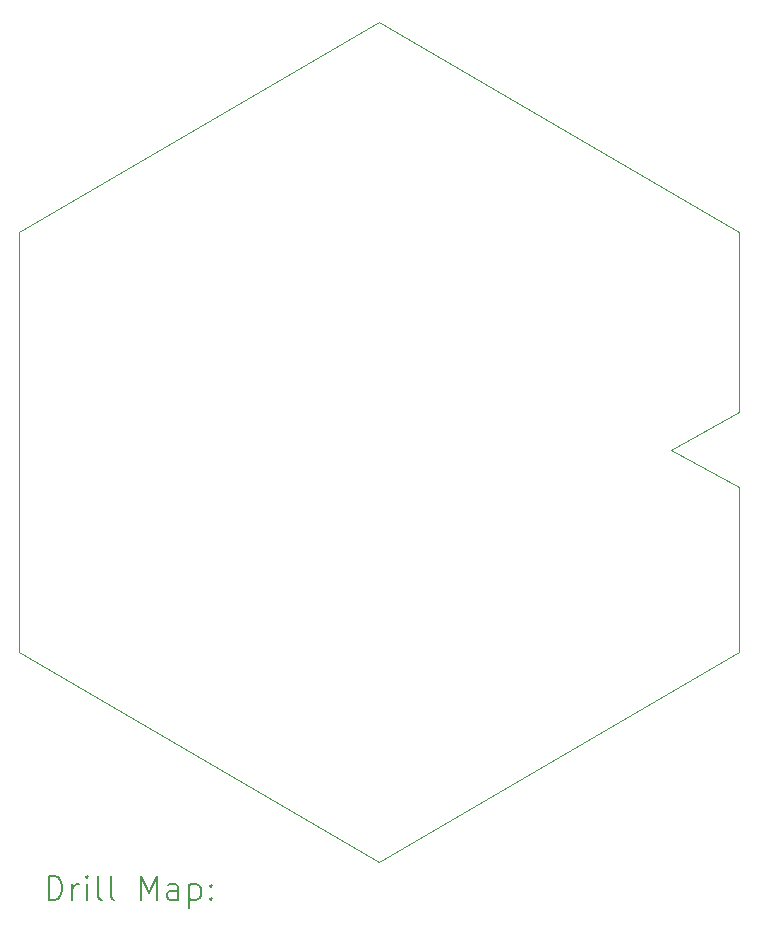
<source format=gbr>
%TF.GenerationSoftware,KiCad,Pcbnew,7.0.9*%
%TF.CreationDate,2024-02-04T19:54:16+01:00*%
%TF.ProjectId,Toolbox,546f6f6c-626f-4782-9e6b-696361645f70,rev?*%
%TF.SameCoordinates,Original*%
%TF.FileFunction,Drillmap*%
%TF.FilePolarity,Positive*%
%FSLAX45Y45*%
G04 Gerber Fmt 4.5, Leading zero omitted, Abs format (unit mm)*
G04 Created by KiCad (PCBNEW 7.0.9) date 2024-02-04 19:54:16*
%MOMM*%
%LPD*%
G01*
G04 APERTURE LIST*
%ADD10C,0.100000*%
%ADD11C,0.200000*%
G04 APERTURE END LIST*
D10*
X13048000Y-9746000D02*
X13048000Y-8222000D01*
X12476500Y-10063500D02*
X13048000Y-9746000D01*
X13048000Y-10381000D02*
X12476500Y-10063500D01*
X13048000Y-10381000D02*
X13048000Y-11778000D01*
X10000000Y-6444000D02*
X13048000Y-8222000D01*
X10000000Y-6444000D02*
X6952000Y-8222000D01*
X10000000Y-13556000D02*
X6952000Y-11778000D01*
X10000000Y-13556000D02*
X13048000Y-11778000D01*
X6952000Y-8222000D02*
X6952000Y-11778000D01*
D11*
X7207777Y-13872484D02*
X7207777Y-13672484D01*
X7207777Y-13672484D02*
X7255396Y-13672484D01*
X7255396Y-13672484D02*
X7283967Y-13682008D01*
X7283967Y-13682008D02*
X7303015Y-13701055D01*
X7303015Y-13701055D02*
X7312539Y-13720103D01*
X7312539Y-13720103D02*
X7322062Y-13758198D01*
X7322062Y-13758198D02*
X7322062Y-13786769D01*
X7322062Y-13786769D02*
X7312539Y-13824865D01*
X7312539Y-13824865D02*
X7303015Y-13843912D01*
X7303015Y-13843912D02*
X7283967Y-13862960D01*
X7283967Y-13862960D02*
X7255396Y-13872484D01*
X7255396Y-13872484D02*
X7207777Y-13872484D01*
X7407777Y-13872484D02*
X7407777Y-13739150D01*
X7407777Y-13777246D02*
X7417301Y-13758198D01*
X7417301Y-13758198D02*
X7426824Y-13748674D01*
X7426824Y-13748674D02*
X7445872Y-13739150D01*
X7445872Y-13739150D02*
X7464920Y-13739150D01*
X7531586Y-13872484D02*
X7531586Y-13739150D01*
X7531586Y-13672484D02*
X7522062Y-13682008D01*
X7522062Y-13682008D02*
X7531586Y-13691531D01*
X7531586Y-13691531D02*
X7541110Y-13682008D01*
X7541110Y-13682008D02*
X7531586Y-13672484D01*
X7531586Y-13672484D02*
X7531586Y-13691531D01*
X7655396Y-13872484D02*
X7636348Y-13862960D01*
X7636348Y-13862960D02*
X7626824Y-13843912D01*
X7626824Y-13843912D02*
X7626824Y-13672484D01*
X7760158Y-13872484D02*
X7741110Y-13862960D01*
X7741110Y-13862960D02*
X7731586Y-13843912D01*
X7731586Y-13843912D02*
X7731586Y-13672484D01*
X7988729Y-13872484D02*
X7988729Y-13672484D01*
X7988729Y-13672484D02*
X8055396Y-13815341D01*
X8055396Y-13815341D02*
X8122062Y-13672484D01*
X8122062Y-13672484D02*
X8122062Y-13872484D01*
X8303015Y-13872484D02*
X8303015Y-13767722D01*
X8303015Y-13767722D02*
X8293491Y-13748674D01*
X8293491Y-13748674D02*
X8274443Y-13739150D01*
X8274443Y-13739150D02*
X8236348Y-13739150D01*
X8236348Y-13739150D02*
X8217301Y-13748674D01*
X8303015Y-13862960D02*
X8283967Y-13872484D01*
X8283967Y-13872484D02*
X8236348Y-13872484D01*
X8236348Y-13872484D02*
X8217301Y-13862960D01*
X8217301Y-13862960D02*
X8207777Y-13843912D01*
X8207777Y-13843912D02*
X8207777Y-13824865D01*
X8207777Y-13824865D02*
X8217301Y-13805817D01*
X8217301Y-13805817D02*
X8236348Y-13796293D01*
X8236348Y-13796293D02*
X8283967Y-13796293D01*
X8283967Y-13796293D02*
X8303015Y-13786769D01*
X8398253Y-13739150D02*
X8398253Y-13939150D01*
X8398253Y-13748674D02*
X8417301Y-13739150D01*
X8417301Y-13739150D02*
X8455396Y-13739150D01*
X8455396Y-13739150D02*
X8474444Y-13748674D01*
X8474444Y-13748674D02*
X8483967Y-13758198D01*
X8483967Y-13758198D02*
X8493491Y-13777246D01*
X8493491Y-13777246D02*
X8493491Y-13834388D01*
X8493491Y-13834388D02*
X8483967Y-13853436D01*
X8483967Y-13853436D02*
X8474444Y-13862960D01*
X8474444Y-13862960D02*
X8455396Y-13872484D01*
X8455396Y-13872484D02*
X8417301Y-13872484D01*
X8417301Y-13872484D02*
X8398253Y-13862960D01*
X8579205Y-13853436D02*
X8588729Y-13862960D01*
X8588729Y-13862960D02*
X8579205Y-13872484D01*
X8579205Y-13872484D02*
X8569682Y-13862960D01*
X8569682Y-13862960D02*
X8579205Y-13853436D01*
X8579205Y-13853436D02*
X8579205Y-13872484D01*
X8579205Y-13748674D02*
X8588729Y-13758198D01*
X8588729Y-13758198D02*
X8579205Y-13767722D01*
X8579205Y-13767722D02*
X8569682Y-13758198D01*
X8569682Y-13758198D02*
X8579205Y-13748674D01*
X8579205Y-13748674D02*
X8579205Y-13767722D01*
M02*

</source>
